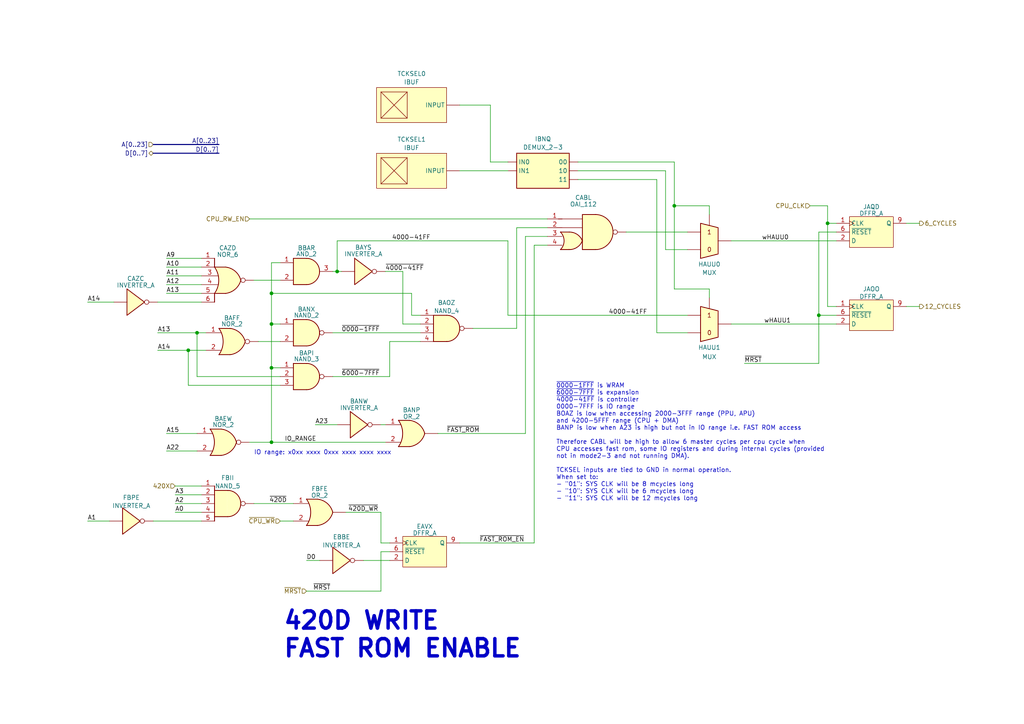
<source format=kicad_sch>
(kicad_sch (version 20231120) (generator "eeschema") (generator_version "8.0")
  (paper "A4")
  (title_block (title "Reverse Engineered SNES S-CPU Schematics ") (date "2024-12-24") (rev "0.2") (company "Author: Regis Galland"))
  (lib_symbols
    (symbol "Ricoh_Cells:AND_2" (pin_names hide)
      (property "Reference" "U" (at 0 5.08 0))
      (property "Value" "AND_2" (at 0 -5.08 0))
      (symbol "AND_2_1_1"
        (arc (start 0 -3.81) (mid 3.7825 0) (end 0 3.81) (stroke (width 0.254)) (fill (type background)))
        (polyline (pts (xy 0 3.81) (xy -3.81 3.81) (xy -3.81 -3.81) (xy 0 -3.81)) (stroke (width 0.254)) (fill (type background)))
        (pin input line (at -7.62 2.54 0) (length 3.81) (name "~") (number "1"))
        (pin input line (at -7.62 -2.54 0) (length 3.81) (name "~") (number "2"))
        (pin output line (at 7.62 0 180) (length 3.81) (name "~") (number "3"))
      )
    )
    (symbol "Ricoh_Cells:DEMUX_2-3"
      (property "Reference" "U7" (at 0 16.8443 0))
      (property "Value" "DEMUX_2-3" (at 0 14.4201 0))
      (symbol "DEMUX_2-3_0_1"
        (rectangle (start -7.62 12.7) (end 7.62 2.54) (stroke (width 0.254)) (fill (type background)))
      )
      (symbol "DEMUX_2-3_1_1"
        (pin output line (at 10.16 10.16 180) (length 2.54) (name "00") (number ""))
        (pin output line (at 10.16 7.62 180) (length 2.54) (name "10") (number ""))
        (pin output line (at 10.16 5.08 180) (length 2.54) (name "11") (number ""))
        (pin input line (at -10.16 10.16 0) (length 2.54) (name "IN0") (number ""))
        (pin input line (at -10.16 7.62 0) (length 2.54) (name "IN1") (number ""))
      )
    )
    (symbol "Ricoh_Cells:DFFR_A"
      (property "Reference" "U" (at 0 5.715 0))
      (property "Value" "DFFR_A" (at 0 -5.715 0))
      (symbol "DFFR_A_0_1"
        (rectangle (start -6.35 4.445) (end 6.35 -4.445) (fill (type background)))
      )
      (symbol "DFFR_A_1_1"
        (pin input clock (at -10.16 2.54 0) (length 3.81) (name "CLK") (number "1"))
        (pin input line (at -10.16 -2.54 0) (length 3.81) (name "D") (number "2"))
        (pin input line (at -10.16 0 0) (length 3.81) (name "~{RESET}") (number "6"))
        (pin output line (at 10.16 2.54 180) (length 3.81) (name "Q") (number "9"))
      )
    )
    (symbol "Ricoh_Cells:IBUF" (pin_numbers hide)
      (property "Reference" "U" (at 0 6.35 0))
      (property "Value" "IBUF" (at 0 -6.35 0))
      (symbol "IBUF_0_1"
        (rectangle (start -10.16 5.08) (end 10.16 -5.08) (fill (type background)))
        (rectangle (start -8.89 3.81) (end -1.27 -3.81))
        (polyline (pts (xy -8.89 -3.81) (xy -1.27 3.81)))
        (polyline (pts (xy -1.27 -3.81) (xy -8.89 3.81)))
      )
      (symbol "IBUF_1_1"
        (pin output line (at 13.97 0 180) (length 3.81) (name "INPUT") (number "1"))
      )
    )
    (symbol "Ricoh_Cells:INVERTER_A" (pin_numbers hide) (pin_names hide)
      (property "Reference" "U" (at 0 5.08 0))
      (property "Value" "INVERTER_A" (at 0 -5.08 0))
      (symbol "INVERTER_A_1_0"
        (polyline (pts (xy -2.54 3.81) (xy -2.54 -3.81) (xy 2.54 0) (xy -2.54 3.81)) (stroke (width 0.254)) (fill (type background)))
        (pin input line (at -6.35 0 0) (length 3.81) (name "~") (number "1"))
        (pin output inverted (at 6.35 0 180) (length 3.81) (name "~") (number "2"))
      )
    )
    (symbol "Ricoh_Cells:MUX" (pin_numbers hide) (pin_names (offset 0))
      (property "Reference" "U" (at 0 -6.985 0))
      (property "Value" "MUX" (at 0 -9.525 0))
      (symbol "MUX_0_0"
        (text "0" (at 0 -2.54 0) (effects (font (size 1.27 1.27))))
        (text "1" (at 0 2.54 0) (effects (font (size 1.27 1.27))))
      )
      (symbol "MUX_0_1"
        (polyline (pts (xy -2.54 -5.08) (xy -2.54 5.08) (xy 2.54 3.81) (xy 2.54 -3.81) (xy -2.54 -5.08)) (stroke (width 0.254)) (fill (type background)))
      )
      (symbol "MUX_1_1"
        (pin input line (at 0 7.62 270) (length 3.17) (name "~") (number "1"))
        (pin input line (at -6.35 2.54 0) (length 3.81) (name "~") (number "2"))
        (pin input line (at -6.35 -2.54 0) (length 3.81) (name "~") (number "3"))
        (pin output line (at 6.35 0 180) (length 3.81) (name "~") (number "4"))
      )
    )
    (symbol "Ricoh_Cells:NAND_2" (pin_names hide)
      (property "Reference" "U" (at 0 5.08 0))
      (property "Value" "NAND_2" (at 0 -5.08 0))
      (symbol "NAND_2_1_1"
        (arc (start 0 -3.81) (mid 3.7825 0) (end 0 3.81) (stroke (width 0.254)) (fill (type background)))
        (polyline (pts (xy 0 3.81) (xy -3.81 3.81) (xy -3.81 -3.81) (xy 0 -3.81)) (stroke (width 0.254)) (fill (type background)))
        (pin input line (at -7.62 2.54 0) (length 3.81) (name "~") (number "1"))
        (pin input line (at -7.62 -2.54 0) (length 3.81) (name "~") (number "2"))
        (pin output inverted (at 7.62 0 180) (length 3.81) (name "~") (number "3"))
      )
    )
    (symbol "Ricoh_Cells:NAND_3" (pin_names hide)
      (property "Reference" "U" (at 0 5.08 0))
      (property "Value" "NAND_3" (at 0 -5.08 0))
      (symbol "NAND_3_1_1"
        (arc (start 0 -3.81) (mid 3.7825 0) (end 0 3.81) (stroke (width 0.254)) (fill (type background)))
        (polyline (pts (xy 0 3.81) (xy -3.81 3.81) (xy -3.81 -3.81) (xy 0 -3.81)) (stroke (width 0.254)) (fill (type background)))
        (pin input line (at -7.62 2.54 0) (length 3.81) (name "~") (number "1"))
        (pin input line (at -7.62 0 0) (length 3.81) (name "~") (number "2"))
        (pin input line (at -7.62 -2.54 0) (length 3.81) (name "~") (number "3"))
        (pin output inverted (at 7.62 0 180) (length 3.81) (name "~") (number "4"))
      )
    )
    (symbol "Ricoh_Cells:NAND_4" (pin_names hide)
      (property "Reference" "U" (at 0 5.08 0))
      (property "Value" "NAND_4" (at 0 -5.08 0))
      (symbol "NAND_4_1_1"
        (arc (start 0 -3.81) (mid 3.7825 0) (end 0 3.81) (stroke (width 0.254)) (fill (type background)))
        (polyline (pts (xy 0 3.81) (xy -3.81 3.81) (xy -3.81 -3.81) (xy 0 -3.81)) (stroke (width 0.254)) (fill (type background)))
        (pin input line (at -7.62 3.81 0) (length 3.81) (name "~") (number "1"))
        (pin input line (at -7.62 1.27 0) (length 3.81) (name "~") (number "2"))
        (pin input line (at -7.62 -1.27 0) (length 3.81) (name "~") (number "3"))
        (pin input line (at -7.62 -3.81 0) (length 3.81) (name "~") (number "4"))
        (pin output inverted (at 7.62 0 180) (length 3.81) (name "~") (number "5"))
      )
    )
    (symbol "Ricoh_Cells:NAND_5" (pin_names hide)
      (property "Reference" "U" (at 0 6.35 0))
      (property "Value" "NAND_5" (at 0 -6.35 0))
      (symbol "NAND_5_1_1"
        (arc (start 0 -3.81) (mid 3.7825 0) (end 0 3.81) (stroke (width 0.254)) (fill (type background)))
        (polyline (pts (xy -3.81 -3.81) (xy -3.81 -5.08)) (stroke (width 0.254)) (fill (type background)))
        (polyline (pts (xy -3.81 5.08) (xy -3.81 3.81)) (stroke (width 0.254)) (fill (type background)))
        (polyline (pts (xy 0 3.81) (xy -3.81 3.81) (xy -3.81 -3.81) (xy 0 -3.81)) (stroke (width 0.254)) (fill (type background)))
        (pin input line (at -7.62 5.08 0) (length 3.81) (name "~") (number "1"))
        (pin input line (at -7.62 2.54 0) (length 3.81) (name "~") (number "2"))
        (pin input line (at -7.62 0 0) (length 3.81) (name "~") (number "3"))
        (pin input line (at -7.62 -2.54 0) (length 3.81) (name "~") (number "4"))
        (pin input line (at -7.62 -5.08 0) (length 3.81) (name "~") (number "5"))
        (pin output inverted (at 7.62 0 180) (length 3.81) (name "~") (number "6"))
      )
    )
    (symbol "Ricoh_Cells:NOR_2" (pin_names hide)
      (property "Reference" "U" (at 0 5.08 0))
      (property "Value" "NOR_2" (at 0 -5.08 0))
      (symbol "NOR_2_1_1"
        (arc (start -3.8102 -3.81) (mid -2.5892 0) (end -3.8102 3.81) (stroke (width 0.254)))
        (arc (start -0.6098 -3.81) (mid 2.1853 -2.584) (end 3.8098 0) (stroke (width 0.254)) (fill (type background)))
        (polyline (pts (xy -3.8102 -3.81) (xy -0.6352 -3.81)) (stroke (width 0.254)) (fill (type background)))
        (polyline (pts (xy -3.8102 3.81) (xy -0.6352 3.81)) (stroke (width 0.254)) (fill (type background)))
        (polyline (pts (xy -0.6352 3.81) (xy -3.8102 3.81) (xy -3.8102 3.81) (xy -3.5562 3.4036) (xy -3.0228 2.2606) (xy -2.6926 1.0414) (xy -2.6164 -0.254) (xy -2.7688 -1.4986) (xy -3.1752 -2.7178) (xy -3.8102 -3.81) (xy -3.8102 -3.81) (xy -0.6352 -3.81)) (stroke (width -25.4)) (fill (type background)))
        (arc (start 3.8098 0) (mid 2.1926 2.5925) (end -0.6098 3.81) (stroke (width 0.254)) (fill (type background)))
        (pin input line (at -7.62 2.54 0) (length 4.4) (name "~") (number "1"))
        (pin input line (at -7.62 -2.54 0) (length 4.4) (name "~") (number "2"))
        (pin output inverted (at 7.62 0 180) (length 3.81) (name "~") (number "3"))
      )
    )
    (symbol "Ricoh_Cells:NOR_6" (pin_names hide)
      (property "Reference" "U" (at 0 7.62 0))
      (property "Value" "NOR_6" (at 0 -7.62 0))
      (symbol "NOR_6_1_1"
        (arc (start -3.8102 -3.81) (mid -2.5892 0) (end -3.8102 3.81) (stroke (width 0.254)))
        (arc (start -0.6098 -3.81) (mid 2.1853 -2.584) (end 3.8098 0) (stroke (width 0.254)) (fill (type background)))
        (polyline (pts (xy -3.81 -3.81) (xy -3.81 -6.35)) (stroke (width 0.254)) (fill (type background)))
        (polyline (pts (xy -3.8102 -3.81) (xy -0.6352 -3.81)) (stroke (width 0.254)) (fill (type background)))
        (polyline (pts (xy -3.8102 3.81) (xy -0.6352 3.81)) (stroke (width 0.254)) (fill (type background)))
        (polyline (pts (xy -3.81 6.35) (xy -3.81 3.81)) (stroke (width 0.254)) (fill (type background)))
        (polyline (pts (xy -0.6352 3.81) (xy -3.8102 3.81) (xy -3.8102 3.81) (xy -3.5562 3.4036) (xy -3.0228 2.2606) (xy -2.6926 1.0414) (xy -2.6164 -0.254) (xy -2.7688 -1.4986) (xy -3.1752 -2.7178) (xy -3.8102 -3.81) (xy -3.8102 -3.81) (xy -0.6352 -3.81)) (stroke (width -25.4)) (fill (type background)))
        (arc (start 3.8098 0) (mid 2.1926 2.5925) (end -0.6098 3.81) (stroke (width 0.254)) (fill (type background)))
        (pin input line (at -7.62 6.35 0) (length 3.81) (name "~") (number "1"))
        (pin input line (at -7.62 3.81 0) (length 3.81) (name "~") (number "2"))
        (pin input line (at -7.62 1.27 0) (length 4.8) (name "~") (number "3"))
        (pin input line (at -7.62 -1.27 0) (length 4.8) (name "~") (number "4"))
        (pin input line (at -7.62 -3.81 0) (length 3.81) (name "~") (number "5"))
        (pin input line (at -7.62 -6.35 0) (length 3.81) (name "~") (number "6"))
        (pin output inverted (at 7.62 0 180) (length 3.81) (name "~") (number "7"))
      )
    )
    (symbol "Ricoh_Cells:OAI_112" (pin_names hide)
      (property "Reference" "CABL" (at 0.3084 8.7249 0))
      (property "Value" "OAI_112" (at 0.3084 6.8039 0))
      (symbol "OAI_112_0_1"
        (polyline (pts (xy -8.255 1.27) (xy 0 1.27)))
        (polyline (pts (xy -6.985 3.81) (xy 0 3.81)))
      )
      (symbol "OAI_112_1_1"
        (arc (start -6.35 -5.08) (mid -5.2979 -2.54) (end -6.35 0) (stroke (width 0.254)))
        (arc (start -3.81 -5.08) (mid -1.5152 -4.3946) (end 0 -2.54) (stroke (width 0.254)) (fill (type background)))
        (arc (start 0 -2.54) (mid -1.5103 -0.678) (end -3.81 0) (stroke (width 0.254)) (fill (type background)))
        (polyline (pts (xy -6.35 -5.08) (xy -3.81 -5.08)) (stroke (width 0.254)) (fill (type background)))
        (polyline (pts (xy -6.35 0) (xy -3.81 0)) (stroke (width 0.254)) (fill (type background)))
        (polyline (pts (xy 3.81 5.08) (xy 0 5.08) (xy 0 -5.08) (xy 3.81 -5.08)) (stroke (width 0.254)) (fill (type background)))
        (polyline (pts (xy -3.81 0) (xy -6.35 0) (xy -6.096 -0.254) (xy -5.588 -1.016) (xy -5.334 -1.778) (xy -5.334 -2.54) (xy -5.334 -3.302) (xy -5.588 -4.064) (xy -6.096 -4.826) (xy -6.35 -5.08) (xy -3.81 -5.08)) (stroke (width -25.4)) (fill (type background)))
        (arc (start 3.81 -5.08) (mid 8.89 0) (end 3.81 5.08) (stroke (width 0.254)) (fill (type background)))
        (pin input line (at -10.16 3.81 0) (length 4.3) (name "~") (number "1"))
        (pin input line (at -10.16 1.27 0) (length 4.3) (name "~") (number "2"))
        (pin input line (at -10.16 -1.27 0) (length 4.3) (name "~") (number "3"))
        (pin input line (at -10.16 -3.81 0) (length 4.3) (name "~") (number "4"))
        (pin output inverted (at 12.7 0 180) (length 3.81) (name "~") (number "5"))
      )
    )
    (symbol "Ricoh_Cells:OR_2" (pin_names hide)
      (property "Reference" "U" (at 0 5.08 0))
      (property "Value" "OR_2" (at 0 -5.08 0))
      (symbol "OR_2_1_1"
        (arc (start -3.8102 -3.81) (mid -2.5892 0) (end -3.8102 3.81) (stroke (width 0.254)))
        (arc (start -0.6098 -3.81) (mid 2.1853 -2.584) (end 3.8098 0) (stroke (width 0.254)) (fill (type background)))
        (polyline (pts (xy -3.8102 -3.81) (xy -0.6352 -3.81)) (stroke (width 0.254)) (fill (type background)))
        (polyline (pts (xy -3.8102 3.81) (xy -0.6352 3.81)) (stroke (width 0.254)) (fill (type background)))
        (polyline (pts (xy -0.6352 3.81) (xy -3.8102 3.81) (xy -3.8102 3.81) (xy -3.5562 3.4036) (xy -3.0228 2.2606) (xy -2.6926 1.0414) (xy -2.6164 -0.254) (xy -2.7688 -1.4986) (xy -3.1752 -2.7178) (xy -3.8102 -3.81) (xy -3.8102 -3.81) (xy -0.6352 -3.81)) (stroke (width -25.4)) (fill (type background)))
        (arc (start 3.8098 0) (mid 2.1926 2.5925) (end -0.6098 3.81) (stroke (width 0.254)) (fill (type background)))
        (pin input line (at -7.62 2.54 0) (length 4.4) (name "~") (number "1"))
        (pin input line (at -7.62 -2.54 0) (length 4.4) (name "~") (number "2"))
        (pin output line (at 7.62 0 180) (length 3.81) (name "~") (number "3"))
      )
    )
  )
  (junction (at 97.79 78.74))
  (junction (at 78.74 128.27))
  (junction (at 78.74 85.09))
  (junction (at 78.74 93.98))
  (junction (at 240.03 64.77))
  (junction (at 237.49 91.44))
  (junction (at 195.58 59.69))
  (junction (at 57.15 96.52))
  (junction (at 78.74 106.68))
  (junction (at 54.61 101.6))
  (wire (pts (xy 88.9 162.56) (xy 92.71 162.56)))
  (wire (pts (xy 54.61 111.76) (xy 81.28 111.76)))
  (wire (pts (xy 205.74 83.82) (xy 195.58 83.82)))
  (wire (pts (xy 240.03 59.69) (xy 240.03 64.77)))
  (wire (pts (xy 48.26 82.55) (xy 58.42 82.55)))
  (wire (pts (xy 149.86 66.04) (xy 149.86 95.25)))
  (wire (pts (xy 205.74 59.69) (xy 205.74 62.23)))
  (wire (pts (xy 72.39 128.27) (xy 78.74 128.27)))
  (bus (pts (xy 44.45 44.45) (xy 63.5 44.45)))
  (wire (pts (xy 111.76 78.74) (xy 116.84 78.74)))
  (wire (pts (xy 181.61 67.31) (xy 199.39 67.31)))
  (wire (pts (xy 105.41 162.56) (xy 113.03 162.56)))
  (wire (pts (xy 57.15 96.52) (xy 59.69 96.52)))
  (wire (pts (xy 78.74 93.98) (xy 78.74 106.68)))
  (wire (pts (xy 154.94 71.12) (xy 154.94 157.48)))
  (wire (pts (xy 78.74 128.27) (xy 111.76 128.27)))
  (wire (pts (xy 88.9 171.45) (xy 110.49 171.45)))
  (wire (pts (xy 48.26 80.01) (xy 58.42 80.01)))
  (wire (pts (xy 48.26 125.73) (xy 57.15 125.73)))
  (wire (pts (xy 78.74 93.98) (xy 81.28 93.98)))
  (wire (pts (xy 113.03 99.06) (xy 121.92 99.06)))
  (wire (pts (xy 81.28 151.13) (xy 85.09 151.13)))
  (wire (pts (xy 96.52 78.74) (xy 97.79 78.74)))
  (wire (pts (xy 54.61 101.6) (xy 54.61 111.76)))
  (wire (pts (xy 147.32 69.85) (xy 147.32 91.44)))
  (wire (pts (xy 262.89 64.77) (xy 266.7 64.77)))
  (wire (pts (xy 167.64 49.53) (xy 193.04 49.53)))
  (wire (pts (xy 50.8 143.51) (xy 58.42 143.51)))
  (wire (pts (xy 73.66 81.28) (xy 81.28 81.28)))
  (wire (pts (xy 193.04 49.53) (xy 193.04 72.39)))
  (bus (pts (xy 44.45 41.91) (xy 63.5 41.91)))
  (wire (pts (xy 127 125.73) (xy 152.4 125.73)))
  (wire (pts (xy 25.4 151.13) (xy 31.75 151.13)))
  (wire (pts (xy 74.93 99.06) (xy 81.28 99.06)))
  (wire (pts (xy 113.03 109.22) (xy 113.03 99.06)))
  (wire (pts (xy 142.24 30.48) (xy 133.35 30.48)))
  (wire (pts (xy 45.72 101.6) (xy 54.61 101.6)))
  (wire (pts (xy 50.8 140.97) (xy 58.42 140.97)))
  (wire (pts (xy 195.58 59.69) (xy 205.74 59.69)))
  (wire (pts (xy 119.38 85.09) (xy 119.38 91.44)))
  (wire (pts (xy 78.74 85.09) (xy 119.38 85.09)))
  (wire (pts (xy 100.33 148.59) (xy 110.49 148.59)))
  (wire (pts (xy 205.74 86.36) (xy 205.74 83.82)))
  (wire (pts (xy 78.74 106.68) (xy 81.28 106.68)))
  (wire (pts (xy 116.84 93.98) (xy 116.84 78.74)))
  (wire (pts (xy 167.64 52.07) (xy 190.5 52.07)))
  (wire (pts (xy 234.95 59.69) (xy 240.03 59.69)))
  (wire (pts (xy 110.49 160.02) (xy 110.49 171.45)))
  (wire (pts (xy 45.72 96.52) (xy 57.15 96.52)))
  (wire (pts (xy 158.75 71.12) (xy 154.94 71.12)))
  (wire (pts (xy 242.57 91.44) (xy 237.49 91.44)))
  (wire (pts (xy 113.03 157.48) (xy 110.49 157.48)))
  (wire (pts (xy 237.49 91.44) (xy 237.49 105.41)))
  (wire (pts (xy 78.74 106.68) (xy 78.74 128.27)))
  (wire (pts (xy 215.9 105.41) (xy 237.49 105.41)))
  (wire (pts (xy 152.4 68.58) (xy 152.4 125.73)))
  (wire (pts (xy 48.26 77.47) (xy 58.42 77.47)))
  (wire (pts (xy 190.5 52.07) (xy 190.5 96.52)))
  (wire (pts (xy 50.8 146.05) (xy 58.42 146.05)))
  (wire (pts (xy 97.79 69.85) (xy 147.32 69.85)))
  (wire (pts (xy 147.32 91.44) (xy 199.39 91.44)))
  (wire (pts (xy 73.66 146.05) (xy 85.09 146.05)))
  (wire (pts (xy 110.49 123.19) (xy 111.76 123.19)))
  (wire (pts (xy 193.04 72.39) (xy 199.39 72.39)))
  (wire (pts (xy 121.92 93.98) (xy 116.84 93.98)))
  (wire (pts (xy 119.38 91.44) (xy 121.92 91.44)))
  (wire (pts (xy 158.75 68.58) (xy 152.4 68.58)))
  (wire (pts (xy 96.52 109.22) (xy 113.03 109.22)))
  (wire (pts (xy 195.58 46.99) (xy 195.58 59.69)))
  (wire (pts (xy 142.24 46.99) (xy 147.32 46.99)))
  (wire (pts (xy 142.24 30.48) (xy 142.24 46.99)))
  (wire (pts (xy 242.57 67.31) (xy 237.49 67.31)))
  (wire (pts (xy 57.15 96.52) (xy 57.15 109.22)))
  (wire (pts (xy 78.74 76.2) (xy 81.28 76.2)))
  (wire (pts (xy 57.15 109.22) (xy 81.28 109.22)))
  (wire (pts (xy 44.45 151.13) (xy 58.42 151.13)))
  (wire (pts (xy 113.03 160.02) (xy 110.49 160.02)))
  (wire (pts (xy 212.09 69.85) (xy 242.57 69.85)))
  (wire (pts (xy 96.52 96.52) (xy 121.92 96.52)))
  (wire (pts (xy 48.26 130.81) (xy 57.15 130.81)))
  (wire (pts (xy 212.09 93.98) (xy 242.57 93.98)))
  (wire (pts (xy 48.26 74.93) (xy 58.42 74.93)))
  (wire (pts (xy 58.42 87.63) (xy 45.72 87.63)))
  (wire (pts (xy 158.75 66.04) (xy 149.86 66.04)))
  (wire (pts (xy 48.26 85.09) (xy 58.42 85.09)))
  (wire (pts (xy 240.03 64.77) (xy 240.03 88.9)))
  (wire (pts (xy 133.35 157.48) (xy 154.94 157.48)))
  (wire (pts (xy 50.8 148.59) (xy 58.42 148.59)))
  (wire (pts (xy 242.57 88.9) (xy 240.03 88.9)))
  (wire (pts (xy 237.49 67.31) (xy 237.49 91.44)))
  (wire (pts (xy 195.58 59.69) (xy 195.58 83.82)))
  (wire (pts (xy 240.03 64.77) (xy 242.57 64.77)))
  (wire (pts (xy 190.5 96.52) (xy 199.39 96.52)))
  (wire (pts (xy 262.89 88.9) (xy 266.7 88.9)))
  (wire (pts (xy 78.74 85.09) (xy 78.74 76.2)))
  (wire (pts (xy 195.58 46.99) (xy 167.64 46.99)))
  (wire (pts (xy 97.79 78.74) (xy 97.79 69.85)))
  (wire (pts (xy 110.49 157.48) (xy 110.49 148.59)))
  (wire (pts (xy 91.44 123.19) (xy 97.79 123.19)))
  (wire (pts (xy 78.74 85.09) (xy 78.74 93.98)))
  (wire (pts (xy 149.86 95.25) (xy 137.16 95.25)))
  (wire (pts (xy 72.39 63.5) (xy 158.75 63.5)))
  (wire (pts (xy 25.4 87.63) (xy 33.02 87.63)))
  (wire (pts (xy 54.61 101.6) (xy 59.69 101.6)))
  (wire (pts (xy 133.35 49.53) (xy 147.32 49.53)))
  (wire (pts (xy 97.79 78.74) (xy 99.06 78.74)))
  (text "420D WRITE\nFAST ROM ENABLE" (at 81.915 191.135 0) (effects (font (size 5 5) (thickness 1) (bold yes)) (justify left bottom)))
  (text "~{0000-1FFF} is WRAM\n~{6000-7FFF} is expansion\n~{4000-41FF} is controller\n0000-7FFF is IO range\nBOAZ is low when accessing 2000-3FFF range (PPU, APU)\nand 4200-5FFF range (CPU + DMA)\nBANP is low when A23 is high but not in IO range i.e. FAST ROM access\n\nTherefore CABL will be high to allow 6 master cycles per cpu cycle when \nCPU accesses fast rom, some IO registers and during internal cycles (provided\nnot in mode2-3 and not running DMA).\n\nTCKSEL inputs are tied to GND in normal operation. \nWhen set to:\n- \"01\": SYS CLK will be 8 mcycles long\n- \"10\": SYS CLK will be 6 mcycles long\n- \"11\": SYS CLK will be 12 mcycles long\n" (at 161.29 145.415 0) (effects (font (size 1.27 1.27)) (justify left bottom)))
  (text "IO range: x0xx xxxx 0xxx xxxx xxxx xxxx" (at 73.66 132.08 0) (effects (font (size 1.27 1.27)) (justify left bottom)))
  (label "A15" (at 48.26 125.73 0))
  (label "A1" (at 25.4 151.13 0))
  (label "A13" (at 48.26 85.09 0))
  (label "A3" (at 50.8 143.51 0))
  (label "wHAUU1" (at 221.615 93.98 0))
  (label "A[0..23]" (at 63.5 41.91 180))
  (label "A14" (at 45.72 101.6 0))
  (label "A14" (at 25.4 87.63 0))
  (label "D[0..7]" (at 63.5 44.45 180))
  (label "wHAUU0" (at 220.98 69.85 0))
  (label "~{MRST}" (at 90.805 171.45 0))
  (label "4000-41FF" (at 176.53 91.44 0))
  (label "A13" (at 45.72 96.52 0))
  (label "A9" (at 48.26 74.93 0))
  (label "A22" (at 48.26 130.81 0))
  (label "~{420D}" (at 78.105 146.05 0))
  (label "A12" (at 48.26 82.55 0))
  (label "4000-41FF" (at 113.665 69.85 0))
  (label "A10" (at 48.26 77.47 0))
  (label "A0" (at 50.8 148.59 0))
  (label "~{420D_WR}" (at 100.965 148.59 0))
  (label "~{6000-7FFF}" (at 99.06 109.22 0))
  (label "~{0000-1FFF}" (at 99.06 96.52 0))
  (label "~{MRST}" (at 215.9 105.41 0))
  (label "A23" (at 91.44 123.19 0))
  (label "~{FAST_ROM_EN}" (at 139.065 157.48 0))
  (label "IO_RANGE" (at 82.55 128.27 0))
  (label "A11" (at 48.26 80.01 0))
  (label "A2" (at 50.8 146.05 0))
  (label "~{4000-41FF}" (at 111.76 78.74 0))
  (label "D0" (at 88.9 162.56 0))
  (label "~{FAST_ROM}" (at 129.54 125.73 0))
  (hierarchical_label "~{MRST}" (shape input) (at 88.9 171.45 180))
  (hierarchical_label "A[0..23]" (shape input) (at 44.45 41.91 180))
  (hierarchical_label "12_CYCLES" (shape output) (at 266.7 88.9 0))
  (hierarchical_label "~{CPU_WR}" (shape input) (at 81.28 151.13 180))
  (hierarchical_label "420X" (shape input) (at 50.8 140.97 180))
  (hierarchical_label "D[0..7]" (shape bidirectional) (at 44.45 44.45 180))
  (hierarchical_label "6_CYCLES" (shape output) (at 266.7 64.77 0))
  (hierarchical_label "CPU_CLK" (shape input) (at 234.95 59.69 180))
  (hierarchical_label "CPU_RW_EN" (shape input) (at 72.39 63.5 180))
  (symbol (lib_id "Ricoh_Cells:INVERTER_A") (at 99.06 162.56 0) (unit 1)
    (property "Reference" "EBBE" (at 99.06 155.7401 0))
    (property "Value" "INVERTER_A" (at 99.06 158.115 0))
    (property "Datasheet" "http://iceboy.a-singer.de/doc/dmg_cells.html#inv_a" (effects (hide yes)))
    (property "Description" "Simple inverter." (effects (hide yes)))
  )
  (symbol (lib_id "Ricoh_Cells:OR_2") (at 92.71 148.59 0) (unit 1)
    (property "Reference" "FBFE" (at 92.7098 141.7701 0))
    (property "Value" "OR_2" (at 92.7098 143.6911 0))
    (property "Datasheet" "http://iceboy.a-singer.de/doc/dmg_cells.html#or2" (effects (hide yes)))
    (property "Description" "OR gate with two inputs." (effects (hide yes)))
  )
  (symbol (lib_id "Ricoh_Cells:IBUF") (at 119.38 30.48 0) (unit 1)
    (property "Reference" "TCKSEL0" (at 119.38 21.3827 0))
    (property "Value" "IBUF" (at 119.38 23.8069 0))
  )
  (symbol (lib_id "Ricoh_Cells:NOR_2") (at 64.77 128.27 0) (unit 1)
    (property "Reference" "BAEW" (at 64.77 121.4501 0))
    (property "Value" "NOR_2" (at 64.77 123.19 0))
    (property "Datasheet" "http://iceboy.a-singer.de/doc/dmg_cells.html#nor2" (effects (hide yes)))
  )
  (symbol (lib_id "Ricoh_Cells:NAND_4") (at 129.54 95.25 0) (unit 1)
    (property "Reference" "BAOZ" (at 129.5303 87.7951 0))
    (property "Value" "NAND_4" (at 129.54 90.17 0))
    (property "Datasheet" "http://iceboy.a-singer.de/doc/dmg_cells.html#nand4" (effects (hide yes)))
  )
  (symbol (lib_id "Ricoh_Cells:NOR_6") (at 66.04 81.28 0) (unit 1)
    (property "Reference" "CAZD" (at 66.0398 71.9201 0))
    (property "Value" "NOR_6" (at 66.0398 73.8411 0))
    (property "Datasheet" "http://iceboy.a-singer.de/doc/dmg_cells.html#nor6" (effects (hide yes)))
  )
  (symbol (lib_id "Ricoh_Cells:INVERTER_A") (at 105.41 78.74 0) (unit 1)
    (property "Reference" "BAYS" (at 105.41 71.755 0))
    (property "Value" "INVERTER_A" (at 105.41 73.66 0))
    (property "Datasheet" "http://iceboy.a-singer.de/doc/dmg_cells.html#inv_a" (effects (hide yes)))
    (property "Description" "Simple inverter." (effects (hide yes)))
  )
  (symbol (lib_id "Ricoh_Cells:NOR_2") (at 67.31 99.06 0) (unit 1)
    (property "Reference" "BAFF" (at 67.31 92.2401 0))
    (property "Value" "NOR_2" (at 67.31 93.98 0))
    (property "Datasheet" "http://iceboy.a-singer.de/doc/dmg_cells.html#nor2" (effects (hide yes)))
  )
  (symbol (lib_id "Ricoh_Cells:DEMUX_2-3") (at 157.48 57.15 0) (unit 1)
    (property "Reference" "IBNQ" (at 157.48 40.3057 0))
    (property "Value" "DEMUX_2-3" (at 157.48 42.7299 0))
  )
  (symbol (lib_id "Ricoh_Cells:DFFR_A") (at 252.73 67.31 0) (unit 1)
    (property "Reference" "JAQD" (at 252.73 59.9821 0))
    (property "Value" "DFFR_A" (at 252.73 61.9031 0))
    (property "Datasheet" "http://iceboy.a-singer.de/doc/dmg_cells.html#dffr_a" (effects (hide yes)))
  )
  (symbol (lib_id "Ricoh_Cells:DFFR_A") (at 252.73 91.44 0) (unit 1)
    (property "Reference" "JAOO" (at 252.73 83.82 0))
    (property "Value" "DFFR_A" (at 252.73 86.0331 0))
    (property "Datasheet" "http://iceboy.a-singer.de/doc/dmg_cells.html#dffr_a" (effects (hide yes)))
  )
  (symbol (lib_id "Ricoh_Cells:INVERTER_A") (at 39.37 87.63 0) (unit 1)
    (property "Reference" "CAZC" (at 39.37 80.8101 0))
    (property "Value" "INVERTER_A" (at 39.37 82.7311 0))
    (property "Datasheet" "http://iceboy.a-singer.de/doc/dmg_cells.html#inv_a" (effects (hide yes)))
    (property "Description" "Simple inverter." (effects (hide yes)))
  )
  (symbol (lib_id "Ricoh_Cells:MUX") (at 205.74 69.85 0) (unit 1)
    (property "Reference" "HAUU0" (at 205.74 76.6501 0))
    (property "Value" "MUX" (at 205.74 79.0743 0))
    (property "Datasheet" "http://iceboy.a-singer.de/doc/dmg_cells.html#mux" (effects (hide yes)))
  )
  (symbol (lib_id "Ricoh_Cells:DFFR_A") (at 123.19 160.02 0) (unit 1)
    (property "Reference" "EAVX" (at 123.19 152.6921 0))
    (property "Value" "DFFR_A" (at 123.19 154.6131 0))
    (property "Datasheet" "http://iceboy.a-singer.de/doc/dmg_cells.html#dffr_a" (effects (hide yes)))
  )
  (symbol (lib_id "Ricoh_Cells:NAND_2") (at 88.9 96.52 0) (unit 1)
    (property "Reference" "BANX" (at 88.8917 89.7001 0))
    (property "Value" "NAND_2" (at 88.9 91.44 0))
    (property "Datasheet" "http://iceboy.a-singer.de/doc/dmg_cells.html#nand2" (effects (hide yes)))
  )
  (symbol (lib_id "Ricoh_Cells:MUX") (at 205.74 93.98 0) (unit 1)
    (property "Reference" "HAUU1" (at 205.74 100.7825 0))
    (property "Value" "MUX" (at 205.74 103.505 0))
    (property "Datasheet" "http://iceboy.a-singer.de/doc/dmg_cells.html#mux" (effects (hide yes)))
  )
  (symbol (lib_id "Ricoh_Cells:OAI_112") (at 168.91 67.31 0) (unit 1)
    (property "Reference" "CABL" (at 169.2184 57.3151 0))
    (property "Value" "OAI_112" (at 169.2184 59.2361 0))
  )
  (symbol (lib_id "Ricoh_Cells:NAND_3") (at 88.9 109.22 0) (unit 1)
    (property "Reference" "BAPI" (at 88.8917 102.4001 0))
    (property "Value" "NAND_3" (at 88.9 104.14 0))
    (property "Datasheet" "http://iceboy.a-singer.de/doc/dmg_cells.html#nand3" (effects (hide yes)))
  )
  (symbol (lib_id "Ricoh_Cells:OR_2") (at 119.38 125.73 0) (unit 1)
    (property "Reference" "BANP" (at 119.3798 118.9101 0))
    (property "Value" "OR_2" (at 119.3798 120.8311 0))
    (property "Datasheet" "http://iceboy.a-singer.de/doc/dmg_cells.html#or2" (effects (hide yes)))
    (property "Description" "OR gate with two inputs." (effects (hide yes)))
  )
  (symbol (lib_id "Ricoh_Cells:INVERTER_A") (at 104.14 123.19 0) (unit 1)
    (property "Reference" "BANW" (at 104.14 116.3701 0))
    (property "Value" "INVERTER_A" (at 104.14 118.2911 0))
    (property "Datasheet" "http://iceboy.a-singer.de/doc/dmg_cells.html#inv_a" (effects (hide yes)))
    (property "Description" "Simple inverter." (effects (hide yes)))
  )
  (symbol (lib_id "Ricoh_Cells:NAND_5") (at 66.04 146.05 0) (unit 1)
    (property "Reference" "FBII" (at 66.0303 138.5951 0))
    (property "Value" "NAND_5" (at 66.04 140.97 0))
    (property "Datasheet" "http://iceboy.a-singer.de/doc/dmg_cells.html#nand5" (effects (hide yes)))
  )
  (symbol (lib_id "Ricoh_Cells:INVERTER_A") (at 38.1 151.13 0) (unit 1)
    (property "Reference" "FBPE" (at 38.1 144.3101 0))
    (property "Value" "INVERTER_A" (at 38.1 146.685 0))
    (property "Datasheet" "http://iceboy.a-singer.de/doc/dmg_cells.html#inv_a" (effects (hide yes)))
    (property "Description" "Simple inverter." (effects (hide yes)))
  )
  (symbol (lib_id "Ricoh_Cells:IBUF") (at 119.38 49.53 0) (unit 1)
    (property "Reference" "TCKSEL1" (at 119.38 40.4327 0))
    (property "Value" "IBUF" (at 119.38 42.8569 0))
  )
  (symbol (lib_id "Ricoh_Cells:AND_2") (at 88.9 78.74 0) (unit 1)
    (property "Reference" "BBAR" (at 88.8917 71.9201 0))
    (property "Value" "AND_2" (at 88.9 73.66 0))
    (property "Datasheet" "http://iceboy.a-singer.de/doc/dmg_cells.html#and2" (effects (hide yes)))
    (property "Description" "AND gate with two inputs." (effects (hide yes)))
  )
)
</source>
